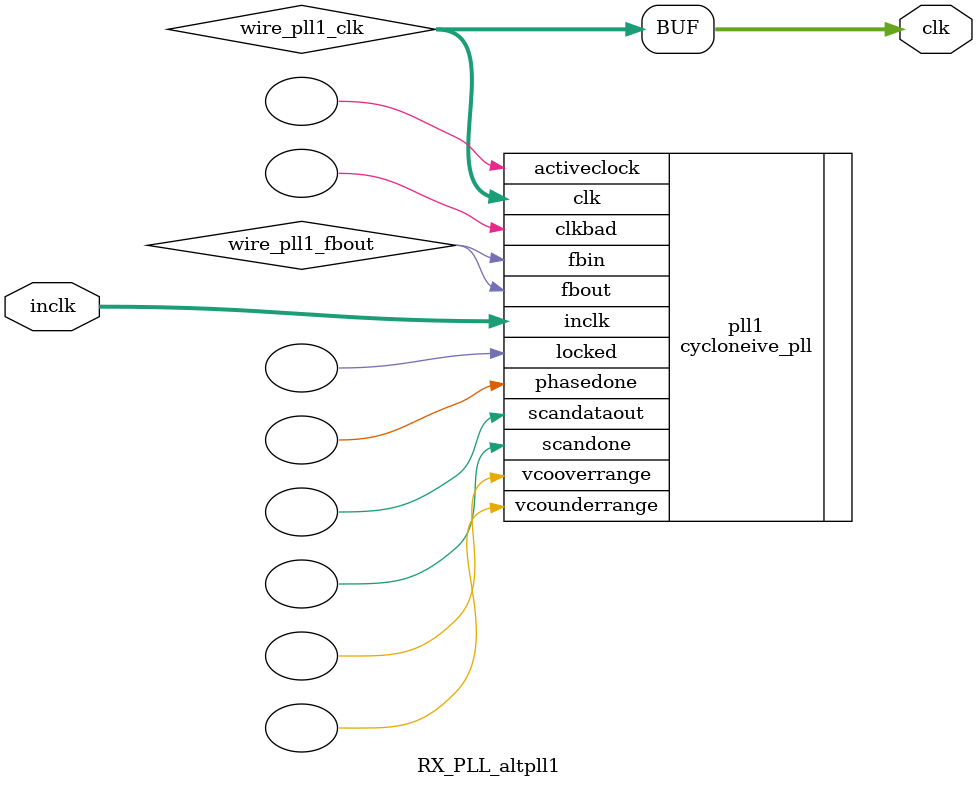
<source format=v>






//synthesis_resources = cycloneive_pll 1 
//synopsys translate_off
`timescale 1 ps / 1 ps
//synopsys translate_on
module  RX_PLL_altpll1
	( 
	clk,
	inclk) /* synthesis synthesis_clearbox=1 */;
	output   [4:0]  clk;
	input   [1:0]  inclk;
`ifndef ALTERA_RESERVED_QIS
// synopsys translate_off
`endif
	tri0   [1:0]  inclk;
`ifndef ALTERA_RESERVED_QIS
// synopsys translate_on
`endif

	wire  [4:0]   wire_pll1_clk;
	wire  wire_pll1_fbout;

	cycloneive_pll   pll1
	( 
	.activeclock(),
	.clk(wire_pll1_clk),
	.clkbad(),
	.fbin(wire_pll1_fbout),
	.fbout(wire_pll1_fbout),
	.inclk(inclk),
	.locked(),
	.phasedone(),
	.scandataout(),
	.scandone(),
	.vcooverrange(),
	.vcounderrange()
	`ifndef FORMAL_VERIFICATION
	// synopsys translate_off
	`endif
	,
	.areset(1'b0),
	.clkswitch(1'b0),
	.configupdate(1'b0),
	.pfdena(1'b1),
	.phasecounterselect({3{1'b0}}),
	.phasestep(1'b0),
	.phaseupdown(1'b0),
	.scanclk(1'b0),
	.scanclkena(1'b1),
	.scandata(1'b0)
	`ifndef FORMAL_VERIFICATION
	// synopsys translate_on
	`endif
	);
	defparam
		pll1.bandwidth_type = "auto",
		pll1.clk0_divide_by = 1,
		pll1.clk0_duty_cycle = 50,
		pll1.clk0_multiply_by = 1,
		pll1.clk0_phase_shift = "0",
		pll1.compensate_clock = "clk0",
		pll1.inclk0_input_frequency = 8000,
		pll1.operation_mode = "normal",
		pll1.pll_type = "auto",
		pll1.lpm_type = "cycloneive_pll";
	assign
		clk = {wire_pll1_clk[4:0]};
endmodule //RX_PLL_altpll1
//VALID FILE

</source>
